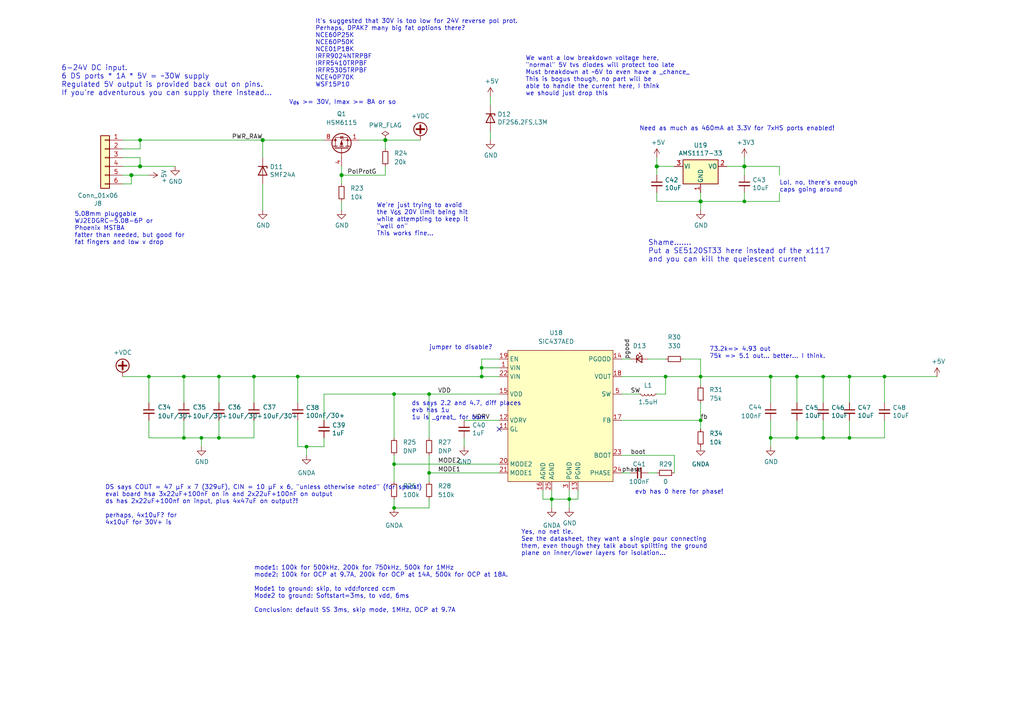
<source format=kicad_sch>
(kicad_sch (version 20211123) (generator eeschema)
  (paper "A4")
  (lib_symbols
    (symbol "Connector_Generic:Conn_01x06" (pin_names (offset 1.016) hide)
      (property "Reference" "J" (at 0 7.62 0))
      (property "Value" "Conn_01x06" (at 0 -10.16 0))
      (symbol "Conn_01x06_1_1"
        (rectangle (start -1.27 -7.493) (end 0 -7.747) (stroke (width 0.1524)))
        (rectangle (start -1.27 -4.953) (end 0 -5.207) (stroke (width 0.1524)))
        (rectangle (start -1.27 -2.413) (end 0 -2.667) (stroke (width 0.1524)))
        (rectangle (start -1.27 0.127) (end 0 -0.127) (stroke (width 0.1524)))
        (rectangle (start -1.27 2.667) (end 0 2.413) (stroke (width 0.1524)))
        (rectangle (start -1.27 5.207) (end 0 4.953) (stroke (width 0.1524)))
        (rectangle (start -1.27 6.35) (end 1.27 -8.89) (stroke (width 0.254)) (fill (type background)))
        (pin passive line (at -5.08 5.08 0) (length 3.81) (name "Pin_1") (number "1"))
        (pin passive line (at -5.08 2.54 0) (length 3.81) (name "Pin_2") (number "2"))
        (pin passive line (at -5.08 0 0) (length 3.81) (name "Pin_3") (number "3"))
        (pin passive line (at -5.08 -2.54 0) (length 3.81) (name "Pin_4") (number "4"))
        (pin passive line (at -5.08 -5.08 0) (length 3.81) (name "Pin_5") (number "5"))
        (pin passive line (at -5.08 -7.62 0) (length 3.81) (name "Pin_6") (number "6"))
      )
    )
    (symbol "Device:C_Small" (pin_numbers hide) (pin_names (offset 0.254) hide)
      (property "Reference" "C" (at 0.254 1.778 0))
      (property "Value" "C_Small" (at 0.254 -2.032 0))
      (symbol "C_Small_0_1"
        (polyline (pts (xy -1.524 -0.508) (xy 1.524 -0.508)) (stroke (width 0.3302)))
        (polyline (pts (xy -1.524 0.508) (xy 1.524 0.508)) (stroke (width 0.3048)))
      )
      (symbol "C_Small_1_1"
        (pin passive line (at 0 2.54 270) (length 2.032) (name "~") (number "1"))
        (pin passive line (at 0 -2.54 90) (length 2.032) (name "~") (number "2"))
      )
    )
    (symbol "Device:D_Zener" (pin_numbers hide) (pin_names (offset 1.016) hide)
      (property "Reference" "D" (at 0 2.54 0))
      (property "Value" "D_Zener" (at 0 -2.54 0))
      (symbol "D_Zener_0_1"
        (polyline (pts (xy 1.27 0) (xy -1.27 0)))
        (polyline (pts (xy -1.27 -1.27) (xy -1.27 1.27) (xy -0.762 1.27)) (stroke (width 0.254)))
        (polyline (pts (xy 1.27 -1.27) (xy 1.27 1.27) (xy -1.27 0) (xy 1.27 -1.27)) (stroke (width 0.254)))
      )
      (symbol "D_Zener_1_1"
        (pin passive line (at -3.81 0 0) (length 2.54) (name "K") (number "1"))
        (pin passive line (at 3.81 0 180) (length 2.54) (name "A") (number "2"))
      )
    )
    (symbol "Device:LED_Small" (pin_numbers hide) (pin_names (offset 0.254) hide)
      (property "Reference" "D" (at -1.27 3.175 0))
      (property "Value" "LED_Small" (at -4.445 -2.54 0))
      (symbol "LED_Small_0_1"
        (polyline (pts (xy -0.762 -1.016) (xy -0.762 1.016)) (stroke (width 0.254)))
        (polyline (pts (xy 1.016 0) (xy -0.762 0)))
        (polyline (pts (xy 0.762 -1.016) (xy -0.762 0) (xy 0.762 1.016) (xy 0.762 -1.016)) (stroke (width 0.254)))
        (polyline (pts (xy 0 0.762) (xy -0.508 1.27) (xy -0.254 1.27) (xy -0.508 1.27) (xy -0.508 1.016)))
        (polyline (pts (xy 0.508 1.27) (xy 0 1.778) (xy 0.254 1.778) (xy 0 1.778) (xy 0 1.524)))
      )
      (symbol "LED_Small_1_1"
        (pin passive line (at -2.54 0 0) (length 1.778) (name "K") (number "1"))
        (pin passive line (at 2.54 0 180) (length 1.778) (name "A") (number "2"))
      )
    )
    (symbol "Device:L_Small" (pin_numbers hide) (pin_names (offset 0.254) hide)
      (property "Reference" "L" (at 0.762 1.016 0))
      (property "Value" "L_Small" (at 0.762 -1.016 0))
      (symbol "L_Small_0_1"
        (arc (start 0 -2.032) (mid 0.508 -1.524) (end 0 -1.016))
        (arc (start 0 -1.016) (mid 0.508 -0.508) (end 0 0))
        (arc (start 0 0) (mid 0.508 0.508) (end 0 1.016))
        (arc (start 0 1.016) (mid 0.508 1.524) (end 0 2.032))
      )
      (symbol "L_Small_1_1"
        (pin passive line (at 0 2.54 270) (length 0.508) (name "~") (number "1"))
        (pin passive line (at 0 -2.54 90) (length 0.508) (name "~") (number "2"))
      )
    )
    (symbol "Device:R_Small" (pin_numbers hide) (pin_names (offset 0.254) hide)
      (property "Reference" "R" (at 0.762 0.508 0))
      (property "Value" "R_Small" (at 0.762 -1.016 0))
      (symbol "R_Small_0_1"
        (rectangle (start -0.762 1.778) (end 0.762 -1.778) (stroke (width 0.2032)))
      )
      (symbol "R_Small_1_1"
        (pin passive line (at 0 2.54 270) (length 0.762) (name "~") (number "1"))
        (pin passive line (at 0 -2.54 90) (length 0.762) (name "~") (number "2"))
      )
    )
    (symbol "Regulator_Linear:AMS1117-3.3" (pin_names (offset 0.254))
      (property "Reference" "U" (at -3.81 3.175 0))
      (property "Value" "AMS1117-3.3" (at 0 3.175 0))
      (symbol "AMS1117-3.3_0_1"
        (rectangle (start -5.08 -5.08) (end 5.08 1.905) (stroke (width 0.254)) (fill (type background)))
      )
      (symbol "AMS1117-3.3_1_1"
        (pin power_in line (at 0 -7.62 90) (length 2.54) (name "GND") (number "1"))
        (pin power_out line (at 7.62 0 180) (length 2.54) (name "VO") (number "2"))
        (pin power_in line (at -7.62 0 0) (length 2.54) (name "VI") (number "3"))
      )
    )
    (symbol "Regulator_Switching:SiC437AED"
      (property "Reference" "U" (at 15.24 20.32 0))
      (property "Value" "SiC437AED" (at -15.24 20.32 0))
      (symbol "SiC437AED_0_0"
        (pin passive line (at -17.78 -5.08 0) (length 2.54) hide (name "GL") (number "10"))
        (pin input line (at -17.78 -5.08 0) (length 2.54) (name "GL") (number "11"))
        (pin input line (at -17.78 -2.54 0) (length 2.54) (name "VDRV") (number "12"))
        (pin power_in line (at 5.08 -22.86 90) (length 2.54) (name "PGND") (number "13"))
        (pin input line (at -17.78 15.24 0) (length 2.54) (name "EN") (number "19"))
        (pin passive line (at -17.78 -5.08 0) (length 2.54) hide (name "GL") (number "28"))
        (pin input line (at 17.78 5.08 180) (length 2.54) (name "SW") (number "5"))
      )
      (symbol "SiC437AED_0_1"
        (rectangle (start -15.24 17.78) (end 15.24 -20.32) (stroke (width 0.1524)) (fill (type background)))
      )
      (symbol "SiC437AED_1_1"
        (pin power_in line (at -17.78 12.7 0) (length 2.54) (name "VIN") (number "1"))
        (pin output line (at 17.78 15.24 180) (length 2.54) (name "PGOOD") (number "14"))
        (pin power_in line (at -17.78 5.08 0) (length 2.54) (name "VDD") (number "15"))
        (pin power_in line (at -5.08 -22.86 90) (length 2.54) (name "AGND") (number "16"))
        (pin input line (at 17.78 -2.54 180) (length 2.54) (name "FB") (number "17"))
        (pin power_out line (at 17.78 10.16 180) (length 2.54) (name "VOUT") (number "18"))
        (pin input line (at -17.78 -15.24 0) (length 2.54) (name "MODE2") (number "20"))
        (pin input line (at -17.78 -17.78 0) (length 2.54) (name "MODE1") (number "21"))
        (pin power_in line (at -17.78 10.16 0) (length 2.54) (name "VIN") (number "22"))
        (pin input line (at 17.78 -12.7 180) (length 2.54) (name "BOOT") (number "23"))
        (pin input line (at 17.78 -17.78 180) (length 2.54) (name "PHASE") (number "24"))
        (pin power_in line (at -2.54 -22.86 90) (length 2.54) (name "AGND") (number "25"))
        (pin power_in line (at 2.54 -22.86 90) (length 2.54) (name "PGND") (number "3"))
      )
    )
    (symbol "Transistor_FET:IRF7404" (pin_names hide)
      (property "Reference" "Q" (at 5.08 1.905 0))
      (property "Value" "IRF7404" (at 5.08 0 0))
      (symbol "IRF7404_0_1"
        (polyline (pts (xy 0.254 0) (xy -2.54 0)))
        (polyline (pts (xy 0.254 1.905) (xy 0.254 -1.905)) (stroke (width 0.254)))
        (polyline (pts (xy 0.762 -1.27) (xy 0.762 -2.286)) (stroke (width 0.254)))
        (polyline (pts (xy 0.762 0.508) (xy 0.762 -0.508)) (stroke (width 0.254)))
        (polyline (pts (xy 0.762 2.286) (xy 0.762 1.27)) (stroke (width 0.254)))
        (polyline (pts (xy 2.54 2.54) (xy 2.54 1.778)))
        (polyline (pts (xy 2.54 -2.54) (xy 2.54 0) (xy 0.762 0)))
        (polyline (pts (xy 0.762 1.778) (xy 3.302 1.778) (xy 3.302 -1.778) (xy 0.762 -1.778)))
        (polyline (pts (xy 2.286 0) (xy 1.27 0.381) (xy 1.27 -0.381) (xy 2.286 0)) (fill (type outline)))
        (polyline (pts (xy 2.794 -0.508) (xy 2.921 -0.381) (xy 3.683 -0.381) (xy 3.81 -0.254)))
        (polyline (pts (xy 3.302 -0.381) (xy 2.921 0.254) (xy 3.683 0.254) (xy 3.302 -0.381)))
        (circle (center 1.651 0) (radius 2.794) (stroke (width 0.254)))
        (circle (center 2.54 -1.778) (radius 0.254) (fill (type outline)))
        (circle (center 2.54 1.778) (radius 0.254) (fill (type outline)))
      )
      (symbol "IRF7404_1_1"
        (pin passive line (at 2.54 -5.08 90) (length 2.54) (name "S") (number "1"))
        (pin passive line (at 2.54 -5.08 90) (length 2.54) hide (name "S") (number "2"))
        (pin passive line (at 2.54 -5.08 90) (length 2.54) hide (name "S") (number "3"))
        (pin passive line (at -5.08 0 0) (length 2.54) (name "G") (number "4"))
        (pin passive line (at 2.54 5.08 270) (length 2.54) hide (name "D") (number "5"))
        (pin passive line (at 2.54 5.08 270) (length 2.54) hide (name "D") (number "6"))
        (pin passive line (at 2.54 5.08 270) (length 2.54) hide (name "D") (number "7"))
        (pin passive line (at 2.54 5.08 270) (length 2.54) (name "D") (number "8"))
      )
    )
    (symbol "power:+3V3" (power) (pin_names (offset 0))
      (property "Value" "+3V3" (at 0 3.556 0))
      (symbol "+3V3_0_1"
        (polyline (pts (xy -0.762 1.27) (xy 0 2.54)))
        (polyline (pts (xy 0 0) (xy 0 2.54)))
        (polyline (pts (xy 0 2.54) (xy 0.762 1.27)))
      )
      (symbol "+3V3_1_1"
        (pin power_in line (at 0 0 90) (length 0) hide (name "+3V3") (number "1"))
      )
    )
    (symbol "power:+5V" (power) (pin_names (offset 0))
      (property "Value" "+5V" (at 0 3.556 0))
      (symbol "+5V_0_1"
        (polyline (pts (xy -0.762 1.27) (xy 0 2.54)))
        (polyline (pts (xy 0 0) (xy 0 2.54)))
        (polyline (pts (xy 0 2.54) (xy 0.762 1.27)))
      )
      (symbol "+5V_1_1"
        (pin power_in line (at 0 0 90) (length 0) hide (name "+5V") (number "1"))
      )
    )
    (symbol "power:+VDC" (power) (pin_names (offset 0))
      (property "Value" "+VDC" (at 0 6.35 0))
      (symbol "+VDC_0_1"
        (polyline (pts (xy -1.143 3.175) (xy 1.143 3.175)) (stroke (width 0.508)))
        (polyline (pts (xy 0 0) (xy 0 1.27)))
        (polyline (pts (xy 0 2.032) (xy 0 4.318)) (stroke (width 0.508)))
        (circle (center 0 3.175) (radius 1.905) (stroke (width 0.254)))
      )
      (symbol "+VDC_1_1"
        (pin power_in line (at 0 0 90) (length 0) hide (name "+VDC") (number "1"))
      )
    )
    (symbol "power:GND" (power) (pin_names (offset 0))
      (property "Value" "GND" (at 0 -3.81 0))
      (symbol "GND_0_1"
        (polyline (pts (xy 0 0) (xy 0 -1.27) (xy 1.27 -1.27) (xy 0 -2.54) (xy -1.27 -1.27) (xy 0 -1.27)))
      )
      (symbol "GND_1_1"
        (pin power_in line (at 0 0 270) (length 0) hide (name "GND") (number "1"))
      )
    )
    (symbol "power:GNDA" (power) (pin_names (offset 0))
      (property "Value" "GNDA" (at 0 -3.81 0))
      (symbol "GNDA_0_1"
        (polyline (pts (xy 0 0) (xy 0 -1.27) (xy 1.27 -1.27) (xy 0 -2.54) (xy -1.27 -1.27) (xy 0 -1.27)))
      )
      (symbol "GNDA_1_1"
        (pin power_in line (at 0 0 270) (length 0) hide (name "GNDA") (number "1"))
      )
    )
    (symbol "power:PWR_FLAG" (power) (pin_numbers hide) (pin_names (offset 0) hide)
      (property "Value" "PWR_FLAG" (at 0 3.81 0))
      (symbol "PWR_FLAG_0_0"
        (pin power_out line (at 0 0 90) (length 0) (name "pwr") (number "1"))
      )
      (symbol "PWR_FLAG_0_1"
        (polyline (pts (xy 0 0) (xy 0 1.27) (xy -1.016 1.905) (xy 0 2.54) (xy 1.016 1.905) (xy 0 1.27)))
      )
    )
  )
  (junction (at 223.52 109.22))
  (junction (at 246.38 109.22))
  (junction (at 203.2 58.42) (diameter 1.016))
  (junction (at 88.9 129.54))
  (junction (at 124.46 114.3))
  (junction (at 58.42 127))
  (junction (at 139.7 109.22))
  (junction (at 114.3 114.3))
  (junction (at 114.3 147.32))
  (junction (at 38.1 50.8) (diameter 1.016))
  (junction (at 63.5 127))
  (junction (at 190.5 48.26) (diameter 1.016))
  (junction (at 203.2 109.22))
  (junction (at 193.04 109.22))
  (junction (at 203.2 121.92))
  (junction (at 215.9 58.42))
  (junction (at 160.02 144.78))
  (junction (at 238.76 109.22))
  (junction (at 231.14 109.22))
  (junction (at 73.66 109.22))
  (junction (at 256.54 109.22))
  (junction (at 53.34 109.22))
  (junction (at 86.36 109.22))
  (junction (at 76.2 40.64) (diameter 1.016))
  (junction (at 124.46 137.16))
  (junction (at 40.64 48.26) (diameter 1.016))
  (junction (at 114.3 134.62))
  (junction (at 63.5 109.22))
  (junction (at 43.18 109.22))
  (junction (at 165.1 144.78))
  (junction (at 238.76 127))
  (junction (at 215.9 48.26) (diameter 1.016))
  (junction (at 139.7 106.68))
  (junction (at 246.38 127))
  (junction (at 53.34 127))
  (junction (at 111.76 40.64) (diameter 1.016))
  (junction (at 99.06 50.8) (diameter 1.016))
  (junction (at 40.64 40.64))
  (junction (at 223.52 127))
  (junction (at 231.14 127))
  (no_connect (at 144.78 124.46))
  (wire (pts (xy 167.64 144.78) (xy 165.1 144.78)))
  (wire (pts (xy 73.66 109.22) (xy 86.36 109.22)))
  (wire (pts (xy 63.5 109.22) (xy 63.5 116.84)))
  (wire (pts (xy 203.2 121.92) (xy 203.2 124.46)))
  (wire (pts (xy 76.2 45.72) (xy 76.2 40.64)))
  (wire (pts (xy 246.38 121.92) (xy 246.38 127)))
  (wire (pts (xy 63.5 121.92) (xy 63.5 127)))
  (wire (pts (xy 73.66 109.22) (xy 73.66 116.84)))
  (wire (pts (xy 246.38 109.22) (xy 256.54 109.22)))
  (wire (pts (xy 160.02 142.24) (xy 160.02 144.78)))
  (wire (pts (xy 256.54 109.22) (xy 271.78 109.22)))
  (wire (pts (xy 124.46 144.78) (xy 124.46 147.32)))
  (wire (pts (xy 193.04 109.22) (xy 193.04 114.3)))
  (wire (pts (xy 187.96 104.14) (xy 193.04 104.14)))
  (wire (pts (xy 35.56 45.72) (xy 40.64 45.72)))
  (wire (pts (xy 180.34 114.3) (xy 185.42 114.3)))
  (wire (pts (xy 190.5 55.88) (xy 190.5 58.42)))
  (wire (pts (xy 165.1 142.24) (xy 165.1 144.78)))
  (wire (pts (xy 223.52 109.22) (xy 231.14 109.22)))
  (wire (pts (xy 231.14 127) (xy 238.76 127)))
  (wire (pts (xy 86.36 109.22) (xy 86.36 116.84)))
  (wire (pts (xy 226.06 48.26) (xy 215.9 48.26)))
  (wire (pts (xy 256.54 109.22) (xy 256.54 116.84)))
  (wire (pts (xy 160.02 144.78) (xy 160.02 147.32)))
  (wire (pts (xy 114.3 134.62) (xy 114.3 139.7)))
  (wire (pts (xy 111.76 40.64) (xy 111.76 43.18)))
  (wire (pts (xy 210.82 48.26) (xy 215.9 48.26)))
  (wire (pts (xy 40.64 48.26) (xy 50.8 48.26)))
  (wire (pts (xy 223.52 121.92) (xy 223.52 127)))
  (wire (pts (xy 215.9 48.26) (xy 215.9 45.72)))
  (wire (pts (xy 35.56 40.64) (xy 40.64 40.64)))
  (wire (pts (xy 73.66 121.92) (xy 73.66 127)))
  (wire (pts (xy 180.34 104.14) (xy 182.88 104.14)))
  (wire (pts (xy 35.56 43.18) (xy 40.64 43.18)))
  (wire (pts (xy 124.46 137.16) (xy 144.78 137.16)))
  (wire (pts (xy 187.96 137.16) (xy 190.5 137.16)))
  (wire (pts (xy 35.56 48.26) (xy 40.64 48.26)))
  (wire (pts (xy 86.36 129.54) (xy 88.9 129.54)))
  (wire (pts (xy 231.14 109.22) (xy 231.14 116.84)))
  (wire (pts (xy 195.58 132.08) (xy 195.58 137.16)))
  (wire (pts (xy 40.64 45.72) (xy 40.64 48.26)))
  (wire (pts (xy 124.46 114.3) (xy 114.3 114.3)))
  (wire (pts (xy 190.5 48.26) (xy 195.58 48.26)))
  (wire (pts (xy 99.06 58.42) (xy 99.06 60.96)))
  (wire (pts (xy 203.2 58.42) (xy 215.9 58.42)))
  (wire (pts (xy 99.06 50.8) (xy 99.06 48.26)))
  (wire (pts (xy 223.52 127) (xy 231.14 127)))
  (wire (pts (xy 35.56 53.34) (xy 38.1 53.34)))
  (wire (pts (xy 226.06 58.42) (xy 215.9 58.42)))
  (wire (pts (xy 53.34 127) (xy 58.42 127)))
  (wire (pts (xy 111.76 40.64) (xy 121.92 40.64)))
  (wire (pts (xy 40.64 40.64) (xy 40.64 43.18)))
  (wire (pts (xy 203.2 58.42) (xy 203.2 60.96)))
  (wire (pts (xy 190.5 45.72) (xy 190.5 48.26)))
  (wire (pts (xy 238.76 127) (xy 246.38 127)))
  (wire (pts (xy 167.64 142.24) (xy 167.64 144.78)))
  (wire (pts (xy 139.7 106.68) (xy 139.7 109.22)))
  (wire (pts (xy 40.64 40.64) (xy 76.2 40.64)))
  (wire (pts (xy 58.42 127) (xy 63.5 127)))
  (wire (pts (xy 63.5 109.22) (xy 73.66 109.22)))
  (wire (pts (xy 134.62 121.92) (xy 144.78 121.92)))
  (wire (pts (xy 86.36 121.92) (xy 86.36 129.54)))
  (wire (pts (xy 76.2 40.64) (xy 93.98 40.64)))
  (wire (pts (xy 231.14 121.92) (xy 231.14 127)))
  (wire (pts (xy 139.7 109.22) (xy 144.78 109.22)))
  (wire (pts (xy 203.2 55.88) (xy 203.2 58.42)))
  (wire (pts (xy 114.3 114.3) (xy 114.3 127)))
  (wire (pts (xy 124.46 114.3) (xy 124.46 127)))
  (wire (pts (xy 104.14 40.64) (xy 111.76 40.64)))
  (wire (pts (xy 111.76 48.26) (xy 111.76 50.8)))
  (wire (pts (xy 114.3 134.62) (xy 144.78 134.62)))
  (wire (pts (xy 35.56 50.8) (xy 38.1 50.8)))
  (wire (pts (xy 124.46 147.32) (xy 114.3 147.32)))
  (wire (pts (xy 114.3 132.08) (xy 114.3 134.62)))
  (wire (pts (xy 38.1 53.34) (xy 38.1 50.8)))
  (wire (pts (xy 160.02 144.78) (xy 165.1 144.78)))
  (wire (pts (xy 180.34 121.92) (xy 203.2 121.92)))
  (wire (pts (xy 246.38 109.22) (xy 246.38 116.84)))
  (wire (pts (xy 93.98 127) (xy 93.98 129.54)))
  (wire (pts (xy 43.18 127) (xy 53.34 127)))
  (wire (pts (xy 157.48 142.24) (xy 157.48 144.78)))
  (wire (pts (xy 193.04 109.22) (xy 203.2 109.22)))
  (wire (pts (xy 180.34 132.08) (xy 195.58 132.08)))
  (wire (pts (xy 203.2 111.76) (xy 203.2 109.22)))
  (wire (pts (xy 238.76 121.92) (xy 238.76 127)))
  (wire (pts (xy 139.7 104.14) (xy 139.7 106.68)))
  (wire (pts (xy 223.52 127) (xy 223.52 129.54)))
  (wire (pts (xy 180.34 137.16) (xy 182.88 137.16)))
  (wire (pts (xy 226.06 55.88) (xy 226.06 58.42)))
  (wire (pts (xy 53.34 109.22) (xy 53.34 116.84)))
  (wire (pts (xy 88.9 129.54) (xy 88.9 132.08)))
  (wire (pts (xy 215.9 58.42) (xy 215.9 55.88)))
  (wire (pts (xy 238.76 109.22) (xy 238.76 116.84)))
  (wire (pts (xy 157.48 144.78) (xy 160.02 144.78)))
  (wire (pts (xy 93.98 114.3) (xy 93.98 121.92)))
  (wire (pts (xy 256.54 127) (xy 246.38 127)))
  (wire (pts (xy 43.18 121.92) (xy 43.18 127)))
  (wire (pts (xy 76.2 53.34) (xy 76.2 60.96)))
  (wire (pts (xy 180.34 109.22) (xy 193.04 109.22)))
  (wire (pts (xy 58.42 127) (xy 58.42 129.54)))
  (wire (pts (xy 99.06 50.8) (xy 99.06 53.34)))
  (wire (pts (xy 43.18 109.22) (xy 53.34 109.22)))
  (wire (pts (xy 53.34 121.92) (xy 53.34 127)))
  (wire (pts (xy 165.1 144.78) (xy 165.1 147.32)))
  (wire (pts (xy 190.5 58.42) (xy 203.2 58.42)))
  (wire (pts (xy 203.2 116.84) (xy 203.2 121.92)))
  (wire (pts (xy 114.3 144.78) (xy 114.3 147.32)))
  (wire (pts (xy 144.78 104.14) (xy 139.7 104.14)))
  (wire (pts (xy 86.36 109.22) (xy 139.7 109.22)))
  (wire (pts (xy 226.06 50.8) (xy 226.06 48.26)))
  (wire (pts (xy 142.24 27.94) (xy 142.24 30.48)))
  (wire (pts (xy 203.2 104.14) (xy 203.2 109.22)))
  (wire (pts (xy 111.76 50.8) (xy 99.06 50.8)))
  (wire (pts (xy 63.5 127) (xy 73.66 127)))
  (wire (pts (xy 215.9 48.26) (xy 215.9 50.8)))
  (wire (pts (xy 203.2 109.22) (xy 223.52 109.22)))
  (wire (pts (xy 93.98 129.54) (xy 88.9 129.54)))
  (wire (pts (xy 38.1 50.8) (xy 43.18 50.8)))
  (wire (pts (xy 144.78 106.68) (xy 139.7 106.68)))
  (wire (pts (xy 190.5 48.26) (xy 190.5 50.8)))
  (wire (pts (xy 256.54 121.92) (xy 256.54 127)))
  (wire (pts (xy 231.14 109.22) (xy 238.76 109.22)))
  (wire (pts (xy 142.24 40.64) (xy 142.24 38.1)))
  (wire (pts (xy 124.46 114.3) (xy 144.78 114.3)))
  (wire (pts (xy 124.46 132.08) (xy 124.46 137.16)))
  (wire (pts (xy 190.5 114.3) (xy 193.04 114.3)))
  (wire (pts (xy 53.34 109.22) (xy 63.5 109.22)))
  (wire (pts (xy 114.3 114.3) (xy 93.98 114.3)))
  (wire (pts (xy 198.12 104.14) (xy 203.2 104.14)))
  (wire (pts (xy 43.18 116.84) (xy 43.18 109.22)))
  (wire (pts (xy 124.46 137.16) (xy 124.46 139.7)))
  (wire (pts (xy 35.56 109.22) (xy 43.18 109.22)))
  (wire (pts (xy 134.62 127) (xy 134.62 129.54)))
  (wire (pts (xy 223.52 109.22) (xy 223.52 116.84)))
  (wire (pts (xy 238.76 109.22) (xy 246.38 109.22)))
  (text "We want a low breakdown voltage here,\n\"normal\" 5V tvs diodes will protect too late\nMust breakdown at ~6V to even have a _chance_\nThis is bogus though, no part will be\nable to handle the current here, I think\nwe should just drop this" (at 152.4 27.94 0) (effects (font (size 1.27 1.27)) (justify left bottom)))
  (text "jumper to disable?" (at 124.46 101.6 0) (effects (font (size 1.27 1.27)) (justify left bottom)))
  (text "6-24V DC input.\n6 DS ports * 1A * 5V = ~30W supply\nRegulated 5V output is provided back out on pins.\nIf you're adventurous you can supply there instead..." (at 17.78 27.94 0) (effects (font (size 1.499 1.499)) (justify left bottom)))
  (text "Shame.......\nPut a SE5120ST33 here instead of the x1117\nand you can kill the queiescent current" (at 187.96 76.2 0) (effects (font (size 1.4986 1.4986)) (justify left bottom)))
  (text "mode1: 100k for 500kHz, 200k for 750kHz, 500k for 1MHz\nmode2: 100k for OCP at 9.7A, 200k for OCP at 14A, 500k for OCP at 18A.\n\nMode1 to ground: skip, to vdd:forced ccm\nMode2 to ground: Softstart=3ms, to vdd, 6ms\n\nConclusion: default SS 3ms, skip mode, 1MHz, OCP at 9.7A" (at 73.66 177.8 0) (effects (font (size 1.27 1.27)) (justify left bottom)))
  (text "73.2k=> 4.93 out\n75k => 5.1 out... better... I think." (at 205.74 104.14 0) (effects (font (size 1.27 1.27)) (justify left bottom)))
  (text "Need as much as 460mA at 3.3V for 7xHS ports enabled!" (at 185.42 38.1 0) (effects (font (size 1.27 1.27)) (justify left bottom)))
  (text "DS says COUT = 47 μF x 7 (329uF), CIN = 10 μF x 6, \"unless otherwise noted\" (for specs!)\neval board hsa 3x22uF+100nF on in and 2x22uF+100nF on output\nds has 2x22uF+100nf on input, plus 4x47uF on output?!\n\nperhaps, 4x10uF? for \n4x10uF for 30V+ is " (at 30.48 152.4 0) (effects (font (size 1.27 1.27)) (justify left bottom)))
  (text "V_{ds} >= 30V, Imax >= 8A or so" (at 83.82 30.48 0) (effects (font (size 1.27 1.27)) (justify left bottom)))
  (text "Lol, no, there's enough\ncaps going around" (at 226.06 55.88 0) (effects (font (size 1.27 1.27)) (justify left bottom)))
  (text "evb has 0 here for phase!" (at 184.15 143.51 0) (effects (font (size 1.27 1.27)) (justify left bottom)))
  (text "We're just trying to avoid\nthe V_{GS} 20V limit being hit\nwhile attempting to keep it\n\"well on\"\nThis works fine..." (at 109.22 68.58 0) (effects (font (size 1.27 1.27)) (justify left bottom)))
  (text "ds says 2.2 and 4.7, diff places\nevb has 1u\n1u is _great_ for bom" (at 119.38 121.92 0) (effects (font (size 1.27 1.27)) (justify left bottom)))
  (text "It's suggested that 30V is too low for 24V reverse pol prot.\nPerhaps, DPAK? many big fat options there?\nNCE60P25K\nNCE60P50K\nNCE01P18K\nIRFR9024NTRPBF\nIRFR5410TRPBF\nIRFR5305TRPBF\nNCE40P70K\nWSF15P10\n" (at 91.44 25.4 0) (effects (font (size 1.27 1.27)) (justify left bottom)))
  (text "Yes, no net tie.\nSee the datasheet, they want a single pour connecting\nthem, even though they talk about splitting the ground\nplane on inner/lower layers for isolation..." (at 151.13 161.29 0) (effects (font (size 1.27 1.27)) (justify left bottom)))
  (text "5.08mm pluggable\nWJ2EDGRC-5.08-6P or\nPhoenix MSTBA\nfatter than needed, but good for\nfat fingers and low v drop\n" (at 21.59 71.12 0) (effects (font (size 1.27 1.27)) (justify left bottom)))
  (label "pgood" (at 182.88 104.14 90))
  (label "PWR_RAW" (at 76.2 40.64 180))
  (label "VDRV" (at 137.16 121.92 0))
  (label "boot" (at 182.88 132.08 0))
  (label "PolProtG" (at 109.22 50.8 180))
  (label "MODE2" (at 127 134.62 0))
  (label "VDD" (at 127 114.3 0))
  (label "phase" (at 180.34 137.16 0))
  (label "fb" (at 203.2 121.92 0))
  (label "SW" (at 182.88 114.3 0))
  (label "MODE1" (at 127 137.16 0))
  (symbol (lib_id "power:GND") (at 142.24 40.64 0) (unit 1)
    (property "Reference" "#PWR089" (effects hide))
    (property "Value" "GND" (at 142.367 45.0342 0))
  )
  (symbol (lib_id "Device:C_Small") (at 231.14 119.38 0) (unit 1)
    (property "Reference" "C45" (at 233.4768 118.237 0) (effects (justify left)))
    (property "Value" "10uF" (at 233.4514 120.523 0) (effects (justify left)))
    (property "Footprint" "Capacitor_SMD:C_0805_2012Metric" (effects hide))
    (property "MPN" "CL21A106KAYNNNE" (effects hide))
    (property "lcsc#" "C15850" (effects hide))
    (property "jlc-basic" "1" (effects hide))
  )
  (symbol (lib_id "Device:C_Small") (at 73.66 119.38 0) (unit 1)
    (property "Reference" "C37" (at 76.2 118.1162 0) (effects (justify left)))
    (property "Value" "10uF/30+" (at 76.2 120.6562 0) (effects (justify left)))
    (property "Footprint" "Capacitor_SMD:C_1206_3216Metric" (effects hide))
    (property "MPN" "CL31A106KBHNNNE" (effects hide))
    (property "lcsc#" "C13585 " (effects hide))
    (property "jlc-basic" "1" (effects hide))
  )
  (symbol (lib_id "Device:R_Small") (at 111.76 45.72 0) (unit 1)
    (property "Reference" "R24" (at 114.3 44.45 0) (effects (justify left)))
    (property "Value" "20k" (at 114.3 46.99 0) (effects (justify left)))
    (property "Footprint" "Resistor_SMD:R_0603_1608Metric" (effects hide))
    (property "MPN" "0603WAF2002T5E" (effects hide))
    (property "jlc-basic" "1" (effects hide))
    (property "lcsc#" "C4184" (effects hide))
  )
  (symbol (lib_id "Device:C_Small") (at 223.52 119.38 0) (unit 1)
    (property "Reference" "C44" (at 220.98 118.1162 0) (effects (justify right)))
    (property "Value" "100nF" (at 220.98 120.6562 0) (effects (justify right)))
    (property "Footprint" "Capacitor_SMD:C_0603_1608Metric" (effects hide))
    (property "MPN" "CC0603KRX7R9BB104 " (effects hide))
    (property "lcsc#" "C14663" (effects hide))
    (property "jlc-basic" "1" (effects hide))
  )
  (symbol (lib_id "Device:C_Small") (at 93.98 124.46 0) (unit 1)
    (property "Reference" "C39" (at 96.3168 123.317 0) (effects (justify left)))
    (property "Value" "1uF" (at 96.2914 125.603 0) (effects (justify left)))
    (property "Footprint" "Capacitor_SMD:C_0603_1608Metric" (effects hide))
    (property "MPN" "CL10A105KB8NNNC" (effects hide))
    (property "jlc-basic" "1" (effects hide))
    (property "lcsc#" "C15849" (effects hide))
  )
  (symbol (lib_id "Device:C_Small") (at 86.36 119.38 0) (unit 1)
    (property "Reference" "C38" (at 88.6968 118.237 0) (effects (justify left)))
    (property "Value" "100nF/30+" (at 88.6714 120.523 0) (effects (justify left)))
    (property "Footprint" "Capacitor_SMD:C_0603_1608Metric" (effects hide))
    (property "MPN" "CC0603KRX7R9BB104 " (effects hide))
    (property "lcsc#" "C14663" (effects hide))
    (property "jlc-basic" "1" (effects hide))
  )
  (symbol (lib_id "Device:R_Small") (at 195.58 104.14 90) (unit 1)
    (property "Reference" "R30" (at 195.58 97.79 90))
    (property "Value" "330" (at 195.58 100.33 90))
    (property "Footprint" "Resistor_SMD:R_0603_1608Metric" (effects hide))
    (property "MPN" "0603WAF3300T5E" (effects hide))
    (property "jlc-basic" "1" (effects hide))
    (property "lcsc#" "C23138" (effects hide))
  )
  (symbol (lib_id "Device:R_Small") (at 99.06 55.88 0) (unit 1)
    (property "Reference" "R23" (at 101.6 54.61 0) (effects (justify left)))
    (property "Value" "10k" (at 101.6 57.15 0) (effects (justify left)))
    (property "Footprint" "Resistor_SMD:R_0603_1608Metric" (effects hide))
    (property "MPN" "0603WAF1002T5E" (effects hide))
    (property "jlc-basic" "1" (effects hide))
    (property "lcsc#" "C25804" (effects hide))
  )
  (symbol (lib_id "power:PWR_FLAG") (at 111.76 40.64 0) (unit 1)
    (property "Reference" "#FLG02" (effects hide))
    (property "Value" "PWR_FLAG" (at 111.76 36.3156 0))
  )
  (symbol (lib_id "power:+VDC") (at 121.92 40.64 0) (unit 1)
    (property "Reference" "#PWR086" (effects hide))
    (property "Value" "+VDC" (at 121.92 33.655 0))
  )
  (symbol (lib_id "power:GND") (at 58.42 129.54 0) (unit 1)
    (property "Reference" "#PWR081" (effects hide))
    (property "Value" "GND" (at 58.547 133.9342 0))
  )
  (symbol (lib_id "Device:R_Small") (at 114.3 142.24 180) (unit 1)
    (property "Reference" "R26" (at 116.84 140.9699 0) (effects (justify right)))
    (property "Value" "100k" (at 116.84 143.5099 0) (effects (justify right)))
    (property "Footprint" "Resistor_SMD:R_0603_1608Metric" (effects hide))
    (property "MPN" "0603WAF1003T5E" (effects hide))
    (property "jlc-basic" "1" (effects hide))
    (property "lcsc#" "C25803" (effects hide))
  )
  (symbol (lib_id "Device:D_Zener") (at 142.24 34.29 270) (unit 1)
    (property "Reference" "D12" (at 144.272 33.147 90) (effects (justify left)))
    (property "Value" "DF2S6.2FS,L3M" (at 144.272 35.433 90) (effects (justify left)))
    (property "Footprint" "Diode_SMD:D_SOD-923" (effects hide))
    (property "DNP" "1" (effects hide))
  )
  (symbol (lib_id "power:GND") (at 134.62 129.54 0) (unit 1)
    (property "Reference" "#PWR087" (effects hide))
    (property "Value" "GND" (at 134.747 133.9342 0))
  )
  (symbol (lib_id "power:GND") (at 99.06 60.96 0) (unit 1)
    (property "Reference" "#PWR084" (effects hide))
    (property "Value" "GND" (at 99.187 65.3542 0))
  )
  (symbol (lib_id "Device:R_Small") (at 114.3 129.54 180) (unit 1)
    (property "Reference" "R25" (at 116.84 128.2699 0) (effects (justify right)))
    (property "Value" "DNP" (at 116.84 130.8099 0) (effects (justify right)))
    (property "Footprint" "Resistor_SMD:R_0603_1608Metric" (effects hide))
    (property "DNP" "1" (effects hide))
  )
  (symbol (lib_id "Device:R_Small") (at 203.2 114.3 0) (unit 1)
    (property "Reference" "R31" (at 205.74 113.0299 0) (effects (justify left)))
    (property "Value" "75k" (at 205.74 115.5699 0) (effects (justify left)))
    (property "Footprint" "Resistor_SMD:R_0603_1608Metric" (effects hide))
    (property "MPN" "0603WAF7502T5E" (effects hide))
    (property "jlc-basic" "1" (effects hide))
    (property "lcsc#" "C23242" (effects hide))
  )
  (symbol (lib_id "Device:R_Small") (at 124.46 129.54 180) (unit 1)
    (property "Reference" "R27" (at 127 128.2699 0) (effects (justify right)))
    (property "Value" "DNP" (at 127 130.8099 0) (effects (justify right)))
    (property "Footprint" "Resistor_SMD:R_0603_1608Metric" (effects hide))
    (property "DNP" "1" (effects hide))
  )
  (symbol (lib_id "Device:C_Small") (at 215.9 53.34 0) (unit 1)
    (property "Reference" "C43" (at 218.2368 52.197 0) (effects (justify left)))
    (property "Value" "10uF" (at 218.2114 54.483 0) (effects (justify left)))
    (property "Footprint" "Capacitor_SMD:C_0805_2012Metric" (effects hide))
    (property "MPN" "CL21A106KAYNNNE" (effects hide))
    (property "lcsc#" "C15850" (effects hide))
    (property "jlc-basic" "1" (effects hide))
  )
  (symbol (lib_id "power:+5V") (at 43.18 50.8 270) (unit 1)
    (property "Reference" "#PWR079" (effects hide))
    (property "Value" "+5V" (at 47.5742 51.181 0))
  )
  (symbol (lib_id "power:+5V") (at 142.24 27.94 0) (unit 1)
    (property "Reference" "#PWR088" (effects hide))
    (property "Value" "+5V" (at 142.621 23.5458 0))
  )
  (symbol (lib_id "Device:D_Zener") (at 76.2 49.53 270) (unit 1)
    (property "Reference" "D11" (at 78.232 48.387 90) (effects (justify left)))
    (property "Value" "SMF24A" (at 78.232 50.673 90) (effects (justify left)))
    (property "Footprint" "Diode_SMD:D_SOD-123F" (effects hide))
    (property "MPN" "SMF24A" (effects hide))
    (property "jlc-basic" "0" (effects hide))
    (property "lcsc#" "C169430" (effects hide))
    (property "DNP" "1" (effects hide))
  )
  (symbol (lib_id "Connector_Generic:Conn_01x06") (at 30.48 45.72 0) (mirror y) (unit 1)
    (property "Reference" "J8" (at 28.3972 59.0042 0))
    (property "Value" "Conn_01x06" (at 28.3972 56.6928 0))
    (property "Footprint" "Connector_Phoenix_MSTB:PhoenixContact_MSTBA_2,5_6-G-5,08_1x06_P5.08mm_Horizontal" (effects hide))
    (property "DNP" "1" (effects hide))
  )
  (symbol (lib_id "Device:C_Small") (at 185.42 137.16 270) (unit 1)
    (property "Reference" "C41" (at 185.42 134.62 90))
    (property "Value" "100nF" (at 185.42 139.7 90))
    (property "Footprint" "Capacitor_SMD:C_0603_1608Metric" (effects hide))
    (property "MPN" "CC0603KRX7R9BB104 " (effects hide))
    (property "lcsc#" "C14663" (effects hide))
    (property "jlc-basic" "1" (effects hide))
  )
  (symbol (lib_id "Device:LED_Small") (at 185.42 104.14 0) (unit 1)
    (property "Reference" "D13" (at 185.4835 100.33 0))
    (property "Value" "HS1B" (effects hide))
    (property "Footprint" "LED_SMD:LED_0805_2012Metric" (effects hide))
    (property "MPN" "NCD0805R1" (effects hide))
    (property "jlc-basic" "1" (effects hide))
    (property "lcsc#" "C84256" (effects hide))
  )
  (symbol (lib_id "Device:C_Small") (at 43.18 119.38 0) (unit 1)
    (property "Reference" "C34" (at 45.72 118.1162 0) (effects (justify left)))
    (property "Value" "10uF/30+" (at 45.72 120.6562 0) (effects (justify left)))
    (property "Footprint" "Capacitor_SMD:C_1206_3216Metric" (effects hide))
    (property "MPN" "CL31A106KBHNNNE" (effects hide))
    (property "lcsc#" "C13585 " (effects hide))
    (property "jlc-basic" "1" (effects hide))
  )
  (symbol (lib_id "Transistor_FET:IRF7404") (at 99.06 43.18 90) (unit 1)
    (property "Reference" "Q1" (at 99.06 33.02 90))
    (property "Value" "HSM6115" (at 99.06 35.56 90))
    (property "Footprint" "Package_SO:SOIC-8_3.9x4.9mm_P1.27mm" (effects hide))
    (property "Datasheet" "http://www.infineon.com/dgdl/irf7404.pdf?fileId=5546d462533600a4015355fa2b5b1b9e" (effects hide))
    (property "MPN" "HSM6115" (effects hide))
    (property "jlc-basic" "0" (effects hide))
    (property "lcsc#" "C700986" (effects hide))
  )
  (symbol (lib_id "power:GNDA") (at 114.3 147.32 0) (unit 1)
    (property "Reference" "#PWR085" (effects hide))
    (property "Value" "GNDA" (at 114.3 152.4 0))
  )
  (symbol (lib_id "power:GNDA") (at 203.2 129.54 0) (unit 1)
    (property "Reference" "#PWR094" (effects hide))
    (property "Value" "GNDA" (at 203.2 134.62 0))
  )
  (symbol (lib_id "power:+5V") (at 190.5 45.72 0) (unit 1)
    (property "Reference" "#PWR092" (effects hide))
    (property "Value" "+5V" (at 190.881 41.3258 0))
  )
  (symbol (lib_id "Device:C_Small") (at 63.5 119.38 0) (unit 1)
    (property "Reference" "C36" (at 66.04 118.1162 0) (effects (justify left)))
    (property "Value" "10uF/30+" (at 66.04 120.6562 0) (effects (justify left)))
    (property "Footprint" "Capacitor_SMD:C_1206_3216Metric" (effects hide))
    (property "MPN" "CL31A106KBHNNNE" (effects hide))
    (property "lcsc#" "C13585 " (effects hide))
    (property "jlc-basic" "1" (effects hide))
  )
  (symbol (lib_id "Device:L_Small") (at 187.96 114.3 270) (unit 1)
    (property "Reference" "L1" (at 187.96 111.76 90))
    (property "Value" "1.5uH" (at 187.96 116.592 90))
    (property "Footprint" "Inductor_SMD:L_Chilisin_BMRx00060630" (effects hide))
    (property "old_MPN" "LMLP07A7M1R5DTAS" (effects hide))
    (property "MPN" "MHCI06030-1R5M-R8A" (effects hide))
    (property "jlc-basic" "0" (effects hide))
    (property "lcsc#" "C329386" (effects hide))
  )
  (symbol (lib_id "power:GND") (at 76.2 60.96 0) (unit 1)
    (property "Reference" "#PWR082" (effects hide))
    (property "Value" "GND" (at 76.327 65.3542 0))
  )
  (symbol (lib_id "Device:R_Small") (at 193.04 137.16 270) (unit 1)
    (property "Reference" "R29" (at 193.04 134.62 90))
    (property "Value" "0" (at 193.04 139.7 90))
    (property "Footprint" "Resistor_SMD:R_0603_1608Metric" (effects hide))
    (property "MPN" "0603WAF0000T5E" (effects hide))
    (property "jlc-basic" "1" (effects hide))
    (property "lcsc#" "C21189" (effects hide))
  )
  (symbol (lib_id "power:GNDA") (at 160.02 147.32 0) (unit 1)
    (property "Reference" "#PWR090" (effects hide))
    (property "Value" "GNDA" (at 160.02 152.4 0))
  )
  (symbol (lib_id "power:GND") (at 223.52 129.54 0) (unit 1)
    (property "Reference" "#PWR096" (effects hide))
    (property "Value" "GND" (at 223.647 133.9342 0))
  )
  (symbol (lib_id "Regulator_Switching:SiC437AED") (at 162.56 119.38 0) (unit 1)
    (property "Reference" "U18" (at 161.29 96.52 0))
    (property "Value" "SiC437AED" (at 161.29 99.06 0))
    (property "Footprint" "Package_DFN_QFN:Vishay_MLP-44L_4x4" (effects hide))
    (property "Datasheet" "https://eu.mouser.com/datasheet/2/427/VISH_S_A0011110825_1-2571940.pdf" (effects hide))
    (property "MPN" "SIC437AED-T1-GE3" (effects hide))
    (property "jlc-basic" "0" (effects hide))
    (property "lcsc#" "C2071432" (effects hide))
  )
  (symbol (lib_id "power:GND") (at 165.1 147.32 0) (unit 1)
    (property "Reference" "#PWR091" (effects hide))
    (property "Value" "GND" (at 165.227 151.7142 0))
  )
  (symbol (lib_id "Regulator_Linear:AMS1117-3.3") (at 203.2 48.26 0) (unit 1)
    (property "Reference" "U19" (at 203.2 42.1386 0))
    (property "Value" "AMS1117-33" (at 203.2 44.45 0))
    (property "Footprint" "Package_TO_SOT_SMD:SOT-223-3_TabPin2" (effects hide))
    (property "Datasheet" "http://www.advanced-monolithic.com/pdf/ds1117.pdf" (effects hide))
    (property "MPN" "AMS1117-33" (effects hide))
    (property "jlc-basic" "1" (effects hide))
    (property "lcsc#" "C6186" (effects hide))
  )
  (symbol (lib_id "Device:C_Small") (at 134.62 124.46 0) (unit 1)
    (property "Reference" "C40" (at 136.9568 123.317 0) (effects (justify left)))
    (property "Value" "1uF" (at 136.9314 125.603 0) (effects (justify left)))
    (property "Footprint" "Capacitor_SMD:C_0603_1608Metric" (effects hide))
    (property "MPN" "CL10A105KB8NNNC" (effects hide))
    (property "jlc-basic" "1" (effects hide))
    (property "lcsc#" "C15849" (effects hide))
  )
  (symbol (lib_id "power:GND") (at 50.8 48.26 0) (unit 1)
    (property "Reference" "#PWR080" (effects hide))
    (property "Value" "GND" (at 50.927 52.6542 0))
  )
  (symbol (lib_id "Device:C_Small") (at 246.38 119.38 0) (unit 1)
    (property "Reference" "C47" (at 248.7168 118.237 0) (effects (justify left)))
    (property "Value" "10uF" (at 248.6914 120.523 0) (effects (justify left)))
    (property "Footprint" "Capacitor_SMD:C_0805_2012Metric" (effects hide))
    (property "MPN" "CL21A106KAYNNNE" (effects hide))
    (property "lcsc#" "C15850" (effects hide))
    (property "jlc-basic" "1" (effects hide))
  )
  (symbol (lib_id "power:GND") (at 203.2 60.96 0) (unit 1)
    (property "Reference" "#PWR093" (effects hide))
    (property "Value" "GND" (at 203.327 65.3542 0))
  )
  (symbol (lib_id "Device:C_Small") (at 53.34 119.38 0) (unit 1)
    (property "Reference" "C35" (at 55.88 118.1162 0) (effects (justify left)))
    (property "Value" "10uF/30+" (at 55.88 120.6562 0) (effects (justify left)))
    (property "Footprint" "Capacitor_SMD:C_1206_3216Metric" (effects hide))
    (property "MPN" "CL31A106KBHNNNE" (effects hide))
    (property "lcsc#" "C13585 " (effects hide))
    (property "jlc-basic" "1" (effects hide))
  )
  (symbol (lib_id "power:GNDA") (at 88.9 132.08 0) (unit 1)
    (property "Reference" "#PWR083" (effects hide))
    (property "Value" "GNDA" (at 88.9 137.16 0))
  )
  (symbol (lib_id "Device:R_Small") (at 124.46 142.24 180) (unit 1)
    (property "Reference" "R28" (at 127 140.9699 0) (effects (justify right)))
    (property "Value" "510k" (at 127 143.5099 0) (effects (justify right)))
    (property "Footprint" "Resistor_SMD:R_0603_1608Metric" (effects hide))
    (property "MPN" "0603WAF5103T5E" (effects hide))
    (property "lcsc#" "C23192" (effects hide))
    (property "jlc-basic" "1" (effects hide))
  )
  (symbol (lib_id "Device:C_Small") (at 238.76 119.38 0) (unit 1)
    (property "Reference" "C46" (at 241.0968 118.237 0) (effects (justify left)))
    (property "Value" "10uF" (at 241.0714 120.523 0) (effects (justify left)))
    (property "Footprint" "Capacitor_SMD:C_0805_2012Metric" (effects hide))
    (property "MPN" "CL21A106KAYNNNE" (effects hide))
    (property "lcsc#" "C15850" (effects hide))
    (property "jlc-basic" "1" (effects hide))
  )
  (symbol (lib_id "power:+VDC") (at 35.56 109.22 0) (unit 1)
    (property "Reference" "#PWR078" (effects hide))
    (property "Value" "+VDC" (at 35.56 102.235 0))
  )
  (symbol (lib_id "power:+3V3") (at 215.9 45.72 0) (unit 1)
    (property "Reference" "#PWR095" (effects hide))
    (property "Value" "+3V3" (at 216.281 41.3258 0))
  )
  (symbol (lib_id "Device:R_Small") (at 203.2 127 0) (unit 1)
    (property "Reference" "R34" (at 205.74 125.7299 0) (effects (justify left)))
    (property "Value" "10k" (at 205.74 128.2699 0) (effects (justify left)))
    (property "Footprint" "Resistor_SMD:R_0603_1608Metric" (effects hide))
    (property "MPN" "0603WAF1002T5E" (effects hide))
    (property "jlc-basic" "1" (effects hide))
    (property "lcsc#" "C25804" (effects hide))
  )
  (symbol (lib_id "Device:C_Small") (at 256.54 119.38 0) (unit 1)
    (property "Reference" "C48" (at 258.8768 118.237 0) (effects (justify left)))
    (property "Value" "10uF" (at 258.8514 120.523 0) (effects (justify left)))
    (property "Footprint" "Capacitor_SMD:C_0805_2012Metric" (effects hide))
    (property "MPN" "CL21A106KAYNNNE" (effects hide))
    (property "lcsc#" "C15850" (effects hide))
    (property "jlc-basic" "1" (effects hide))
  )
  (symbol (lib_id "Device:C_Small") (at 190.5 53.34 0) (unit 1)
    (property "Reference" "C42" (at 192.8368 52.197 0) (effects (justify left)))
    (property "Value" "10uF" (at 192.8114 54.483 0) (effects (justify left)))
    (property "Footprint" "Capacitor_SMD:C_0805_2012Metric" (effects hide))
    (property "MPN" "CL21A106KAYNNNE" (effects hide))
    (property "lcsc#" "C15850" (effects hide))
    (property "jlc-basic" "1" (effects hide))
  )
  (symbol (lib_id "power:+5V") (at 271.78 109.22 0) (unit 1)
    (property "Reference" "#PWR097" (effects hide))
    (property "Value" "+5V" (at 272.161 104.8258 0))
  )
)
</source>
